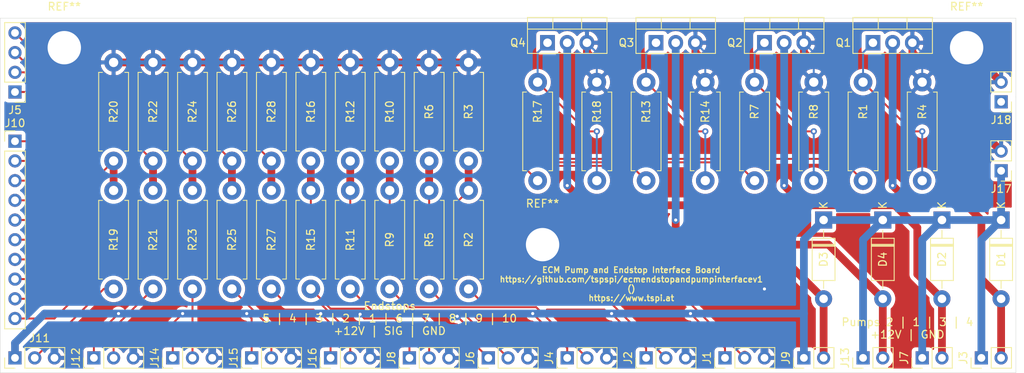
<source format=kicad_pcb>
(kicad_pcb (version 20171130) (host pcbnew "(5.1.9)-1")
  (layers (0 F.Cu signal) (31 B.Cu signal) (34 B.Paste user) (35 F.Paste user) (36 B.SilkS user) (37 F.SilkS user) (38 B.Mask user) (39 F.Mask user) (44 Edge.Cuts user))
  (net 0 "")
  (net 1 "Net-(D1-Pad2)")
  (net 2 +12V)
  (net 3 "Net-(D2-Pad2)")
  (net 4 "Net-(D3-Pad2)")
  (net 5 "Net-(D4-Pad2)")
  (net 6 GND)
  (net 7 "Net-(J1-Pad2)")
  (net 8 "Net-(J2-Pad2)")
  (net 9 "Net-(J4-Pad2)")
  (net 10 "Net-(J5-Pad4)")
  (net 11 "Net-(J5-Pad3)")
  (net 12 "Net-(J5-Pad2)")
  (net 13 "Net-(J5-Pad1)")
  (net 14 "Net-(J6-Pad2)")
  (net 15 "Net-(J8-Pad2)")
  (net 16 "Net-(J10-Pad10)")
  (net 17 "Net-(J10-Pad9)")
  (net 18 "Net-(J10-Pad8)")
  (net 19 "Net-(J10-Pad7)")
  (net 20 "Net-(J10-Pad6)")
  (net 21 "Net-(J10-Pad5)")
  (net 22 "Net-(J10-Pad4)")
  (net 23 "Net-(J10-Pad3)")
  (net 24 "Net-(J10-Pad2)")
  (net 25 "Net-(J10-Pad1)")
  (net 26 "Net-(J11-Pad2)")
  (net 27 "Net-(J12-Pad2)")
  (net 28 "Net-(J14-Pad2)")
  (net 29 "Net-(J15-Pad2)")
  (net 30 "Net-(J16-Pad2)")
  (net 31 "Net-(Q1-Pad1)")
  (net 32 "Net-(Q2-Pad1)")
  (net 33 "Net-(Q3-Pad1)")
  (net 34 "Net-(Q4-Pad1)")
  (net 35 +5V)
  (module MountingHole:MountingHole_4.3mm_M4 (layer F.Cu) (at 160.02 36.83)
    (fp_text reference REF** (at 0 -5.3) (layer F.SilkS))
    (fp_text value MountingHole_4.3mm_M4)
    (pad 1 np_thru_hole circle (at 0 0) (size 4.3 4.3) (drill 4.3) (layers *.Cu *.Mask))
  )
  (module MountingHole:MountingHole_4.3mm_M4 (layer F.Cu) (at 105.41 62.23)
    (fp_text reference REF** (at 0 -5.3) (layer F.SilkS))
    (fp_text value MountingHole_4.3mm_M4)
    (pad 1 np_thru_hole circle (at 0 0) (size 4.3 4.3) (drill 4.3) (layers *.Cu *.Mask))
  )
  (module MountingHole:MountingHole_4.3mm_M4 (layer F.Cu) (at 43.815 36.83)
    (fp_text reference REF** (at 0 -5.3) (layer F.SilkS))
    (fp_text value MountingHole_4.3mm_M4)
    (pad 1 np_thru_hole circle (at 0 0) (size 4.3 4.3) (drill 4.3) (layers *.Cu *.Mask))
  )
  (module Package_TO_SOT_THT:TO-220-3_Vertical (layer F.Cu) (at 133.985 36.195)
    (fp_text reference Q2 (at -3.81 0) (layer F.SilkS))
    (fp_text value IRF540N)
    (pad 3 thru_hole oval (at 5.08 0) (size 1.905 2) (drill 1.1) (layers *.Cu *.Mask) (net 6 GND))
    (pad 2 thru_hole oval (at 2.54 0) (size 1.905 2) (drill 1.1) (layers *.Cu *.Mask) (net 3 "Net-(D2-Pad2)"))
    (pad 1 thru_hole rect (at 0 0) (size 1.905 2) (drill 1.1) (layers *.Cu *.Mask) (net 32 "Net-(Q2-Pad1)"))
  )
  (module Connector_PinHeader_2.54mm:PinHeader_1x02_P2.54mm_Vertical (layer F.Cu) (at 164.465 43.815 180)
    (fp_text reference J18 (at 0 -2.33) (layer F.SilkS))
    (fp_text value Power)
    (pad 2 thru_hole oval (at 0 2.54 180) (size 1.7 1.7) (drill 1) (layers *.Cu *.Mask) (net 6 GND))
    (pad 1 thru_hole rect (at 0 0 180) (size 1.7 1.7) (drill 1) (layers *.Cu *.Mask) (net 35 +5V))
  )
  (module Resistor_THT:R_Axial_DIN0411_L9.9mm_D3.6mm_P12.70mm_Horizontal (layer F.Cu) (at 70.485 51.435 90)
    (fp_text reference R28 (at 6.35 0 90) (layer F.SilkS))
    (fp_text value 1k)
    (pad 2 thru_hole oval (at 12.7 0 90) (size 2.4 2.4) (drill 1.2) (layers *.Cu *.Mask) (net 6 GND))
    (pad 1 thru_hole circle (at 0 0 90) (size 2.4 2.4) (drill 1.2) (layers *.Cu *.Mask) (net 25 "Net-(J10-Pad1)"))
  )
  (module Resistor_THT:R_Axial_DIN0411_L9.9mm_D3.6mm_P12.70mm_Horizontal (layer F.Cu) (at 70.485 67.945 90)
    (fp_text reference R27 (at 6.35 0 90) (layer F.SilkS))
    (fp_text value 2k)
    (pad 2 thru_hole oval (at 12.7 0 90) (size 2.4 2.4) (drill 1.2) (layers *.Cu *.Mask) (net 25 "Net-(J10-Pad1)"))
    (pad 1 thru_hole circle (at 0 0 90) (size 2.4 2.4) (drill 1.2) (layers *.Cu *.Mask) (net 30 "Net-(J16-Pad2)"))
  )
  (module Resistor_THT:R_Axial_DIN0411_L9.9mm_D3.6mm_P12.70mm_Horizontal (layer F.Cu) (at 65.405 51.435 90)
    (fp_text reference R26 (at 6.35 0 90) (layer F.SilkS))
    (fp_text value 1k)
    (pad 2 thru_hole oval (at 12.7 0 90) (size 2.4 2.4) (drill 1.2) (layers *.Cu *.Mask) (net 6 GND))
    (pad 1 thru_hole circle (at 0 0 90) (size 2.4 2.4) (drill 1.2) (layers *.Cu *.Mask) (net 24 "Net-(J10-Pad2)"))
  )
  (module Resistor_THT:R_Axial_DIN0411_L9.9mm_D3.6mm_P12.70mm_Horizontal (layer F.Cu) (at 65.405 67.945 90)
    (fp_text reference R25 (at 6.35 0 90) (layer F.SilkS))
    (fp_text value 2k)
    (pad 2 thru_hole oval (at 12.7 0 90) (size 2.4 2.4) (drill 1.2) (layers *.Cu *.Mask) (net 24 "Net-(J10-Pad2)"))
    (pad 1 thru_hole circle (at 0 0 90) (size 2.4 2.4) (drill 1.2) (layers *.Cu *.Mask) (net 29 "Net-(J15-Pad2)"))
  )
  (module Resistor_THT:R_Axial_DIN0411_L9.9mm_D3.6mm_P12.70mm_Horizontal (layer F.Cu) (at 60.325 51.435 90)
    (fp_text reference R24 (at 6.35 0 90) (layer F.SilkS))
    (fp_text value 1k)
    (pad 2 thru_hole oval (at 12.7 0 90) (size 2.4 2.4) (drill 1.2) (layers *.Cu *.Mask) (net 6 GND))
    (pad 1 thru_hole circle (at 0 0 90) (size 2.4 2.4) (drill 1.2) (layers *.Cu *.Mask) (net 23 "Net-(J10-Pad3)"))
  )
  (module Resistor_THT:R_Axial_DIN0411_L9.9mm_D3.6mm_P12.70mm_Horizontal (layer F.Cu) (at 60.325 67.945 90)
    (fp_text reference R23 (at 6.35 0 90) (layer F.SilkS))
    (fp_text value 2k)
    (pad 2 thru_hole oval (at 12.7 0 90) (size 2.4 2.4) (drill 1.2) (layers *.Cu *.Mask) (net 23 "Net-(J10-Pad3)"))
    (pad 1 thru_hole circle (at 0 0 90) (size 2.4 2.4) (drill 1.2) (layers *.Cu *.Mask) (net 28 "Net-(J14-Pad2)"))
  )
  (module Resistor_THT:R_Axial_DIN0411_L9.9mm_D3.6mm_P12.70mm_Horizontal (layer F.Cu) (at 55.245 51.435 90)
    (fp_text reference R22 (at 6.35 0 90) (layer F.SilkS))
    (fp_text value 1k)
    (pad 2 thru_hole oval (at 12.7 0 90) (size 2.4 2.4) (drill 1.2) (layers *.Cu *.Mask) (net 6 GND))
    (pad 1 thru_hole circle (at 0 0 90) (size 2.4 2.4) (drill 1.2) (layers *.Cu *.Mask) (net 22 "Net-(J10-Pad4)"))
  )
  (module Resistor_THT:R_Axial_DIN0411_L9.9mm_D3.6mm_P12.70mm_Horizontal (layer F.Cu) (at 55.245 67.945 90)
    (fp_text reference R21 (at 6.35 0 90) (layer F.SilkS))
    (fp_text value 2k)
    (pad 2 thru_hole oval (at 12.7 0 90) (size 2.4 2.4) (drill 1.2) (layers *.Cu *.Mask) (net 22 "Net-(J10-Pad4)"))
    (pad 1 thru_hole circle (at 0 0 90) (size 2.4 2.4) (drill 1.2) (layers *.Cu *.Mask) (net 27 "Net-(J12-Pad2)"))
  )
  (module Resistor_THT:R_Axial_DIN0411_L9.9mm_D3.6mm_P12.70mm_Horizontal (layer F.Cu) (at 50.165 51.435 90)
    (fp_text reference R20 (at 6.35 0 90) (layer F.SilkS))
    (fp_text value 1k)
    (pad 2 thru_hole oval (at 12.7 0 90) (size 2.4 2.4) (drill 1.2) (layers *.Cu *.Mask) (net 6 GND))
    (pad 1 thru_hole circle (at 0 0 90) (size 2.4 2.4) (drill 1.2) (layers *.Cu *.Mask) (net 21 "Net-(J10-Pad5)"))
  )
  (module Resistor_THT:R_Axial_DIN0411_L9.9mm_D3.6mm_P12.70mm_Horizontal (layer F.Cu) (at 50.165 67.945 90)
    (fp_text reference R19 (at 6.35 0 90) (layer F.SilkS))
    (fp_text value 2k)
    (pad 2 thru_hole oval (at 12.7 0 90) (size 2.4 2.4) (drill 1.2) (layers *.Cu *.Mask) (net 21 "Net-(J10-Pad5)"))
    (pad 1 thru_hole circle (at 0 0 90) (size 2.4 2.4) (drill 1.2) (layers *.Cu *.Mask) (net 26 "Net-(J11-Pad2)"))
  )
  (module Resistor_THT:R_Axial_DIN0411_L9.9mm_D3.6mm_P12.70mm_Horizontal (layer F.Cu) (at 112.395 41.275 270)
    (fp_text reference R18 (at 3.81 0 90) (layer F.SilkS))
    (fp_text value 1k)
    (pad 2 thru_hole oval (at 12.7 0 270) (size 2.4 2.4) (drill 1.2) (layers *.Cu *.Mask) (net 34 "Net-(Q4-Pad1)"))
    (pad 1 thru_hole circle (at 0 0 270) (size 2.4 2.4) (drill 1.2) (layers *.Cu *.Mask) (net 6 GND))
  )
  (module Resistor_THT:R_Axial_DIN0411_L9.9mm_D3.6mm_P12.70mm_Horizontal (layer F.Cu) (at 104.775 41.275 270)
    (fp_text reference R17 (at 3.81 0 90) (layer F.SilkS))
    (fp_text value 100R)
    (pad 2 thru_hole oval (at 12.7 0 270) (size 2.4 2.4) (drill 1.2) (layers *.Cu *.Mask) (net 13 "Net-(J5-Pad1)"))
    (pad 1 thru_hole circle (at 0 0 270) (size 2.4 2.4) (drill 1.2) (layers *.Cu *.Mask) (net 34 "Net-(Q4-Pad1)"))
  )
  (module Resistor_THT:R_Axial_DIN0411_L9.9mm_D3.6mm_P12.70mm_Horizontal (layer F.Cu) (at 75.565 51.435 90)
    (fp_text reference R16 (at 6.35 0 90) (layer F.SilkS))
    (fp_text value 1k)
    (pad 2 thru_hole oval (at 12.7 0 90) (size 2.4 2.4) (drill 1.2) (layers *.Cu *.Mask) (net 6 GND))
    (pad 1 thru_hole circle (at 0 0 90) (size 2.4 2.4) (drill 1.2) (layers *.Cu *.Mask) (net 20 "Net-(J10-Pad6)"))
  )
  (module Resistor_THT:R_Axial_DIN0411_L9.9mm_D3.6mm_P12.70mm_Horizontal (layer F.Cu) (at 75.565 67.945 90)
    (fp_text reference R15 (at 6.35 0 90) (layer F.SilkS))
    (fp_text value 2k)
    (pad 2 thru_hole oval (at 12.7 0 90) (size 2.4 2.4) (drill 1.2) (layers *.Cu *.Mask) (net 20 "Net-(J10-Pad6)"))
    (pad 1 thru_hole circle (at 0 0 90) (size 2.4 2.4) (drill 1.2) (layers *.Cu *.Mask) (net 15 "Net-(J8-Pad2)"))
  )
  (module Resistor_THT:R_Axial_DIN0411_L9.9mm_D3.6mm_P12.70mm_Horizontal (layer F.Cu) (at 126.365 41.275 270)
    (fp_text reference R14 (at 3.81 0 90) (layer F.SilkS))
    (fp_text value 1k)
    (pad 2 thru_hole oval (at 12.7 0 270) (size 2.4 2.4) (drill 1.2) (layers *.Cu *.Mask) (net 33 "Net-(Q3-Pad1)"))
    (pad 1 thru_hole circle (at 0 0 270) (size 2.4 2.4) (drill 1.2) (layers *.Cu *.Mask) (net 6 GND))
  )
  (module Resistor_THT:R_Axial_DIN0411_L9.9mm_D3.6mm_P12.70mm_Horizontal (layer F.Cu) (at 118.745 41.275 270)
    (fp_text reference R13 (at 3.81 0 90) (layer F.SilkS))
    (fp_text value 100R)
    (pad 2 thru_hole oval (at 12.7 0 270) (size 2.4 2.4) (drill 1.2) (layers *.Cu *.Mask) (net 12 "Net-(J5-Pad2)"))
    (pad 1 thru_hole circle (at 0 0 270) (size 2.4 2.4) (drill 1.2) (layers *.Cu *.Mask) (net 33 "Net-(Q3-Pad1)"))
  )
  (module Resistor_THT:R_Axial_DIN0411_L9.9mm_D3.6mm_P12.70mm_Horizontal (layer F.Cu) (at 80.645 51.435 90)
    (fp_text reference R12 (at 6.35 0 90) (layer F.SilkS))
    (fp_text value 1k)
    (pad 2 thru_hole oval (at 12.7 0 90) (size 2.4 2.4) (drill 1.2) (layers *.Cu *.Mask) (net 6 GND))
    (pad 1 thru_hole circle (at 0 0 90) (size 2.4 2.4) (drill 1.2) (layers *.Cu *.Mask) (net 19 "Net-(J10-Pad7)"))
  )
  (module Resistor_THT:R_Axial_DIN0411_L9.9mm_D3.6mm_P12.70mm_Horizontal (layer F.Cu) (at 80.645 67.945 90)
    (fp_text reference R11 (at 6.35 0 90) (layer F.SilkS))
    (fp_text value 2k)
    (pad 2 thru_hole oval (at 12.7 0 90) (size 2.4 2.4) (drill 1.2) (layers *.Cu *.Mask) (net 19 "Net-(J10-Pad7)"))
    (pad 1 thru_hole circle (at 0 0 90) (size 2.4 2.4) (drill 1.2) (layers *.Cu *.Mask) (net 14 "Net-(J6-Pad2)"))
  )
  (module Resistor_THT:R_Axial_DIN0411_L9.9mm_D3.6mm_P12.70mm_Horizontal (layer F.Cu) (at 85.725 51.435 90)
    (fp_text reference R10 (at 6.35 0 90) (layer F.SilkS))
    (fp_text value 1k)
    (pad 2 thru_hole oval (at 12.7 0 90) (size 2.4 2.4) (drill 1.2) (layers *.Cu *.Mask) (net 6 GND))
    (pad 1 thru_hole circle (at 0 0 90) (size 2.4 2.4) (drill 1.2) (layers *.Cu *.Mask) (net 18 "Net-(J10-Pad8)"))
  )
  (module Resistor_THT:R_Axial_DIN0411_L9.9mm_D3.6mm_P12.70mm_Horizontal (layer F.Cu) (at 85.725 67.945 90)
    (fp_text reference R9 (at 6.35 0 90) (layer F.SilkS))
    (fp_text value 2k)
    (pad 2 thru_hole oval (at 12.7 0 90) (size 2.4 2.4) (drill 1.2) (layers *.Cu *.Mask) (net 18 "Net-(J10-Pad8)"))
    (pad 1 thru_hole circle (at 0 0 90) (size 2.4 2.4) (drill 1.2) (layers *.Cu *.Mask) (net 9 "Net-(J4-Pad2)"))
  )
  (module Resistor_THT:R_Axial_DIN0411_L9.9mm_D3.6mm_P12.70mm_Horizontal (layer F.Cu) (at 140.335 41.275 270)
    (fp_text reference R8 (at 3.81 0 90) (layer F.SilkS))
    (fp_text value 1k)
    (pad 2 thru_hole oval (at 12.7 0 270) (size 2.4 2.4) (drill 1.2) (layers *.Cu *.Mask) (net 32 "Net-(Q2-Pad1)"))
    (pad 1 thru_hole circle (at 0 0 270) (size 2.4 2.4) (drill 1.2) (layers *.Cu *.Mask) (net 6 GND))
  )
  (module Resistor_THT:R_Axial_DIN0411_L9.9mm_D3.6mm_P12.70mm_Horizontal (layer F.Cu) (at 132.715 41.275 270)
    (fp_text reference R7 (at 3.81 0 90) (layer F.SilkS))
    (fp_text value 100R)
    (pad 2 thru_hole oval (at 12.7 0 270) (size 2.4 2.4) (drill 1.2) (layers *.Cu *.Mask) (net 11 "Net-(J5-Pad3)"))
    (pad 1 thru_hole circle (at 0 0 270) (size 2.4 2.4) (drill 1.2) (layers *.Cu *.Mask) (net 32 "Net-(Q2-Pad1)"))
  )
  (module Resistor_THT:R_Axial_DIN0411_L9.9mm_D3.6mm_P12.70mm_Horizontal (layer F.Cu) (at 90.805 51.435 90)
    (fp_text reference R6 (at 6.35 0 90) (layer F.SilkS))
    (fp_text value 1k)
    (pad 2 thru_hole oval (at 12.7 0 90) (size 2.4 2.4) (drill 1.2) (layers *.Cu *.Mask) (net 6 GND))
    (pad 1 thru_hole circle (at 0 0 90) (size 2.4 2.4) (drill 1.2) (layers *.Cu *.Mask) (net 17 "Net-(J10-Pad9)"))
  )
  (module Resistor_THT:R_Axial_DIN0411_L9.9mm_D3.6mm_P12.70mm_Horizontal (layer F.Cu) (at 90.805 67.945 90)
    (fp_text reference R5 (at 6.35 0 90) (layer F.SilkS))
    (fp_text value 2k)
    (pad 2 thru_hole oval (at 12.7 0 90) (size 2.4 2.4) (drill 1.2) (layers *.Cu *.Mask) (net 17 "Net-(J10-Pad9)"))
    (pad 1 thru_hole circle (at 0 0 90) (size 2.4 2.4) (drill 1.2) (layers *.Cu *.Mask) (net 8 "Net-(J2-Pad2)"))
  )
  (module Resistor_THT:R_Axial_DIN0411_L9.9mm_D3.6mm_P12.70mm_Horizontal (layer F.Cu) (at 154.305 41.275 270)
    (fp_text reference R4 (at 3.81 0 90) (layer F.SilkS))
    (fp_text value 1k)
    (pad 2 thru_hole oval (at 12.7 0 270) (size 2.4 2.4) (drill 1.2) (layers *.Cu *.Mask) (net 31 "Net-(Q1-Pad1)"))
    (pad 1 thru_hole circle (at 0 0 270) (size 2.4 2.4) (drill 1.2) (layers *.Cu *.Mask) (net 6 GND))
  )
  (module Resistor_THT:R_Axial_DIN0411_L9.9mm_D3.6mm_P12.70mm_Horizontal (layer F.Cu) (at 95.885 51.435 90)
    (fp_text reference R3 (at 6.35 0 90) (layer F.SilkS))
    (fp_text value 1k)
    (pad 2 thru_hole oval (at 12.7 0 90) (size 2.4 2.4) (drill 1.2) (layers *.Cu *.Mask) (net 6 GND))
    (pad 1 thru_hole circle (at 0 0 90) (size 2.4 2.4) (drill 1.2) (layers *.Cu *.Mask) (net 16 "Net-(J10-Pad10)"))
  )
  (module Resistor_THT:R_Axial_DIN0411_L9.9mm_D3.6mm_P12.70mm_Horizontal (layer F.Cu) (at 95.885 67.945 90)
    (fp_text reference R2 (at 6.35 0 90) (layer F.SilkS))
    (fp_text value 2k)
    (pad 2 thru_hole oval (at 12.7 0 90) (size 2.4 2.4) (drill 1.2) (layers *.Cu *.Mask) (net 16 "Net-(J10-Pad10)"))
    (pad 1 thru_hole circle (at 0 0 90) (size 2.4 2.4) (drill 1.2) (layers *.Cu *.Mask) (net 7 "Net-(J1-Pad2)"))
  )
  (module Resistor_THT:R_Axial_DIN0411_L9.9mm_D3.6mm_P12.70mm_Horizontal (layer F.Cu) (at 146.685 41.275 270)
    (fp_text reference R1 (at 3.81 0 90) (layer F.SilkS))
    (fp_text value 100R)
    (pad 2 thru_hole oval (at 12.7 0 270) (size 2.4 2.4) (drill 1.2) (layers *.Cu *.Mask) (net 10 "Net-(J5-Pad4)"))
    (pad 1 thru_hole circle (at 0 0 270) (size 2.4 2.4) (drill 1.2) (layers *.Cu *.Mask) (net 31 "Net-(Q1-Pad1)"))
  )
  (module Package_TO_SOT_THT:TO-220-3_Vertical (layer F.Cu) (at 106.045 36.195)
    (fp_text reference Q4 (at -3.81 0) (layer F.SilkS))
    (fp_text value IRF540N)
    (pad 3 thru_hole oval (at 5.08 0) (size 1.905 2) (drill 1.1) (layers *.Cu *.Mask) (net 6 GND))
    (pad 2 thru_hole oval (at 2.54 0) (size 1.905 2) (drill 1.1) (layers *.Cu *.Mask) (net 5 "Net-(D4-Pad2)"))
    (pad 1 thru_hole rect (at 0 0) (size 1.905 2) (drill 1.1) (layers *.Cu *.Mask) (net 34 "Net-(Q4-Pad1)"))
  )
  (module Package_TO_SOT_THT:TO-220-3_Vertical (layer F.Cu) (at 120.015 36.195)
    (fp_text reference Q3 (at -3.81 0) (layer F.SilkS))
    (fp_text value IRF540N)
    (pad 3 thru_hole oval (at 5.08 0) (size 1.905 2) (drill 1.1) (layers *.Cu *.Mask) (net 6 GND))
    (pad 2 thru_hole oval (at 2.54 0) (size 1.905 2) (drill 1.1) (layers *.Cu *.Mask) (net 4 "Net-(D3-Pad2)"))
    (pad 1 thru_hole rect (at 0 0) (size 1.905 2) (drill 1.1) (layers *.Cu *.Mask) (net 33 "Net-(Q3-Pad1)"))
  )
  (module Package_TO_SOT_THT:TO-220-3_Vertical (layer F.Cu) (at 147.955 36.195)
    (fp_text reference Q1 (at -3.81 0) (layer F.SilkS))
    (fp_text value IRF540N)
    (pad 3 thru_hole oval (at 5.08 0) (size 1.905 2) (drill 1.1) (layers *.Cu *.Mask) (net 6 GND))
    (pad 2 thru_hole oval (at 2.54 0) (size 1.905 2) (drill 1.1) (layers *.Cu *.Mask) (net 1 "Net-(D1-Pad2)"))
    (pad 1 thru_hole rect (at 0 0) (size 1.905 2) (drill 1.1) (layers *.Cu *.Mask) (net 31 "Net-(Q1-Pad1)"))
  )
  (module Connector_PinHeader_2.54mm:PinHeader_1x02_P2.54mm_Vertical (layer F.Cu) (at 164.465 52.705 180)
    (fp_text reference J17 (at 0 -2.33) (layer F.SilkS))
    (fp_text value Power)
    (pad 2 thru_hole oval (at 0 2.54 180) (size 1.7 1.7) (drill 1) (layers *.Cu *.Mask) (net 6 GND))
    (pad 1 thru_hole rect (at 0 0 180) (size 1.7 1.7) (drill 1) (layers *.Cu *.Mask) (net 2 +12V))
  )
  (module Connector_PinHeader_2.54mm:PinHeader_1x03_P2.54mm_Vertical (layer F.Cu) (at 78.105 76.835 90)
    (fp_text reference J16 (at 0 -2.33 90) (layer F.SilkS))
    (fp_text value Endstop)
    (pad 3 thru_hole oval (at 0 5.08 90) (size 1.7 1.7) (drill 1) (layers *.Cu *.Mask) (net 6 GND))
    (pad 2 thru_hole oval (at 0 2.54 90) (size 1.7 1.7) (drill 1) (layers *.Cu *.Mask) (net 30 "Net-(J16-Pad2)"))
    (pad 1 thru_hole rect (at 0 0 90) (size 1.7 1.7) (drill 1) (layers *.Cu *.Mask) (net 2 +12V))
  )
  (module Connector_PinHeader_2.54mm:PinHeader_1x03_P2.54mm_Vertical (layer F.Cu) (at 67.945 76.835 90)
    (fp_text reference J15 (at 0 -2.33 90) (layer F.SilkS))
    (fp_text value Endstop)
    (pad 3 thru_hole oval (at 0 5.08 90) (size 1.7 1.7) (drill 1) (layers *.Cu *.Mask) (net 6 GND))
    (pad 2 thru_hole oval (at 0 2.54 90) (size 1.7 1.7) (drill 1) (layers *.Cu *.Mask) (net 29 "Net-(J15-Pad2)"))
    (pad 1 thru_hole rect (at 0 0 90) (size 1.7 1.7) (drill 1) (layers *.Cu *.Mask) (net 2 +12V))
  )
  (module Connector_PinHeader_2.54mm:PinHeader_1x03_P2.54mm_Vertical (layer F.Cu) (at 57.785 76.835 90)
    (fp_text reference J14 (at 0 -2.33 90) (layer F.SilkS))
    (fp_text value Endstop)
    (pad 3 thru_hole oval (at 0 5.08 90) (size 1.7 1.7) (drill 1) (layers *.Cu *.Mask) (net 6 GND))
    (pad 2 thru_hole oval (at 0 2.54 90) (size 1.7 1.7) (drill 1) (layers *.Cu *.Mask) (net 28 "Net-(J14-Pad2)"))
    (pad 1 thru_hole rect (at 0 0 90) (size 1.7 1.7) (drill 1) (layers *.Cu *.Mask) (net 2 +12V))
  )
  (module Connector_PinHeader_2.54mm:PinHeader_1x02_P2.54mm_Vertical (layer F.Cu) (at 146.685 76.835 90)
    (fp_text reference J13 (at 0 -2.33 90) (layer F.SilkS))
    (fp_text value Load12)
    (pad 2 thru_hole oval (at 0 2.54 90) (size 1.7 1.7) (drill 1) (layers *.Cu *.Mask) (net 5 "Net-(D4-Pad2)"))
    (pad 1 thru_hole rect (at 0 0 90) (size 1.7 1.7) (drill 1) (layers *.Cu *.Mask) (net 2 +12V))
  )
  (module Connector_PinHeader_2.54mm:PinHeader_1x03_P2.54mm_Vertical (layer F.Cu) (at 47.625 76.835 90)
    (fp_text reference J12 (at 0 -2.33 90) (layer F.SilkS))
    (fp_text value Endstop)
    (pad 3 thru_hole oval (at 0 5.08 90) (size 1.7 1.7) (drill 1) (layers *.Cu *.Mask) (net 6 GND))
    (pad 2 thru_hole oval (at 0 2.54 90) (size 1.7 1.7) (drill 1) (layers *.Cu *.Mask) (net 27 "Net-(J12-Pad2)"))
    (pad 1 thru_hole rect (at 0 0 90) (size 1.7 1.7) (drill 1) (layers *.Cu *.Mask) (net 2 +12V))
  )
  (module Connector_PinHeader_2.54mm:PinHeader_1x03_P2.54mm_Vertical (layer F.Cu) (at 37.465 76.835 90)
    (fp_text reference J11 (at 2.54 3.175 180) (layer F.SilkS))
    (fp_text value Endstop)
    (pad 3 thru_hole oval (at 0 5.08 90) (size 1.7 1.7) (drill 1) (layers *.Cu *.Mask) (net 6 GND))
    (pad 2 thru_hole oval (at 0 2.54 90) (size 1.7 1.7) (drill 1) (layers *.Cu *.Mask) (net 26 "Net-(J11-Pad2)"))
    (pad 1 thru_hole rect (at 0 0 90) (size 1.7 1.7) (drill 1) (layers *.Cu *.Mask) (net 2 +12V))
  )
  (module Connector_PinHeader_2.54mm:PinHeader_1x10_P2.54mm_Vertical (layer F.Cu) (at 37.465 48.895)
    (fp_text reference J10 (at 0 -2.33) (layer F.SilkS))
    (fp_text value GPIOEndstop)
    (pad 10 thru_hole oval (at 0 22.86) (size 1.7 1.7) (drill 1) (layers *.Cu *.Mask) (net 16 "Net-(J10-Pad10)"))
    (pad 9 thru_hole oval (at 0 20.32) (size 1.7 1.7) (drill 1) (layers *.Cu *.Mask) (net 17 "Net-(J10-Pad9)"))
    (pad 8 thru_hole oval (at 0 17.78) (size 1.7 1.7) (drill 1) (layers *.Cu *.Mask) (net 18 "Net-(J10-Pad8)"))
    (pad 7 thru_hole oval (at 0 15.24) (size 1.7 1.7) (drill 1) (layers *.Cu *.Mask) (net 19 "Net-(J10-Pad7)"))
    (pad 6 thru_hole oval (at 0 12.7) (size 1.7 1.7) (drill 1) (layers *.Cu *.Mask) (net 20 "Net-(J10-Pad6)"))
    (pad 5 thru_hole oval (at 0 10.16) (size 1.7 1.7) (drill 1) (layers *.Cu *.Mask) (net 21 "Net-(J10-Pad5)"))
    (pad 4 thru_hole oval (at 0 7.62) (size 1.7 1.7) (drill 1) (layers *.Cu *.Mask) (net 22 "Net-(J10-Pad4)"))
    (pad 3 thru_hole oval (at 0 5.08) (size 1.7 1.7) (drill 1) (layers *.Cu *.Mask) (net 23 "Net-(J10-Pad3)"))
    (pad 2 thru_hole oval (at 0 2.54) (size 1.7 1.7) (drill 1) (layers *.Cu *.Mask) (net 24 "Net-(J10-Pad2)"))
    (pad 1 thru_hole rect (at 0 0) (size 1.7 1.7) (drill 1) (layers *.Cu *.Mask) (net 25 "Net-(J10-Pad1)"))
  )
  (module Connector_PinHeader_2.54mm:PinHeader_1x02_P2.54mm_Vertical (layer F.Cu) (at 139.065 76.835 90)
    (fp_text reference J9 (at 0 -2.33 90) (layer F.SilkS))
    (fp_text value Load12)
    (pad 2 thru_hole oval (at 0 2.54 90) (size 1.7 1.7) (drill 1) (layers *.Cu *.Mask) (net 4 "Net-(D3-Pad2)"))
    (pad 1 thru_hole rect (at 0 0 90) (size 1.7 1.7) (drill 1) (layers *.Cu *.Mask) (net 2 +12V))
  )
  (module Connector_PinHeader_2.54mm:PinHeader_1x03_P2.54mm_Vertical (layer F.Cu) (at 88.265 76.835 90)
    (fp_text reference J8 (at 0 -2.33 90) (layer F.SilkS))
    (fp_text value Endstop)
    (pad 3 thru_hole oval (at 0 5.08 90) (size 1.7 1.7) (drill 1) (layers *.Cu *.Mask) (net 6 GND))
    (pad 2 thru_hole oval (at 0 2.54 90) (size 1.7 1.7) (drill 1) (layers *.Cu *.Mask) (net 15 "Net-(J8-Pad2)"))
    (pad 1 thru_hole rect (at 0 0 90) (size 1.7 1.7) (drill 1) (layers *.Cu *.Mask) (net 2 +12V))
  )
  (module Connector_PinHeader_2.54mm:PinHeader_1x02_P2.54mm_Vertical (layer F.Cu) (at 154.305 76.835 90)
    (fp_text reference J7 (at 0 -2.33 90) (layer F.SilkS))
    (fp_text value Load12)
    (pad 2 thru_hole oval (at 0 2.54 90) (size 1.7 1.7) (drill 1) (layers *.Cu *.Mask) (net 3 "Net-(D2-Pad2)"))
    (pad 1 thru_hole rect (at 0 0 90) (size 1.7 1.7) (drill 1) (layers *.Cu *.Mask) (net 2 +12V))
  )
  (module Connector_PinHeader_2.54mm:PinHeader_1x03_P2.54mm_Vertical (layer F.Cu) (at 98.425 76.835 90)
    (fp_text reference J6 (at 0 -2.33 90) (layer F.SilkS))
    (fp_text value Endstop)
    (pad 3 thru_hole oval (at 0 5.08 90) (size 1.7 1.7) (drill 1) (layers *.Cu *.Mask) (net 6 GND))
    (pad 2 thru_hole oval (at 0 2.54 90) (size 1.7 1.7) (drill 1) (layers *.Cu *.Mask) (net 14 "Net-(J6-Pad2)"))
    (pad 1 thru_hole rect (at 0 0 90) (size 1.7 1.7) (drill 1) (layers *.Cu *.Mask) (net 2 +12V))
  )
  (module Connector_PinHeader_2.54mm:PinHeader_1x04_P2.54mm_Vertical (layer F.Cu) (at 37.465 42.545 180)
    (fp_text reference J5 (at 0 -2.33) (layer F.SilkS))
    (fp_text value GPIOPump)
    (pad 4 thru_hole oval (at 0 7.62 180) (size 1.7 1.7) (drill 1) (layers *.Cu *.Mask) (net 10 "Net-(J5-Pad4)"))
    (pad 3 thru_hole oval (at 0 5.08 180) (size 1.7 1.7) (drill 1) (layers *.Cu *.Mask) (net 11 "Net-(J5-Pad3)"))
    (pad 2 thru_hole oval (at 0 2.54 180) (size 1.7 1.7) (drill 1) (layers *.Cu *.Mask) (net 12 "Net-(J5-Pad2)"))
    (pad 1 thru_hole rect (at 0 0 180) (size 1.7 1.7) (drill 1) (layers *.Cu *.Mask) (net 13 "Net-(J5-Pad1)"))
  )
  (module Connector_PinHeader_2.54mm:PinHeader_1x03_P2.54mm_Vertical (layer F.Cu) (at 108.585 76.835 90)
    (fp_text reference J4 (at 0 -2.33 90) (layer F.SilkS))
    (fp_text value Endstop)
    (pad 3 thru_hole oval (at 0 5.08 90) (size 1.7 1.7) (drill 1) (layers *.Cu *.Mask) (net 6 GND))
    (pad 2 thru_hole oval (at 0 2.54 90) (size 1.7 1.7) (drill 1) (layers *.Cu *.Mask) (net 9 "Net-(J4-Pad2)"))
    (pad 1 thru_hole rect (at 0 0 90) (size 1.7 1.7) (drill 1) (layers *.Cu *.Mask) (net 2 +12V))
  )
  (module Connector_PinHeader_2.54mm:PinHeader_1x02_P2.54mm_Vertical (layer F.Cu) (at 161.925 76.835 90)
    (fp_text reference J3 (at 0 -2.33 90) (layer F.SilkS))
    (fp_text value Load12)
    (pad 2 thru_hole oval (at 0 2.54 90) (size 1.7 1.7) (drill 1) (layers *.Cu *.Mask) (net 1 "Net-(D1-Pad2)"))
    (pad 1 thru_hole rect (at 0 0 90) (size 1.7 1.7) (drill 1) (layers *.Cu *.Mask) (net 2 +12V))
  )
  (module Connector_PinHeader_2.54mm:PinHeader_1x03_P2.54mm_Vertical (layer F.Cu) (at 118.745 76.835 90)
    (fp_text reference J2 (at 0 -2.33 90) (layer F.SilkS))
    (fp_text value Endstop)
    (pad 3 thru_hole oval (at 0 5.08 90) (size 1.7 1.7) (drill 1) (layers *.Cu *.Mask) (net 6 GND))
    (pad 2 thru_hole oval (at 0 2.54 90) (size 1.7 1.7) (drill 1) (layers *.Cu *.Mask) (net 8 "Net-(J2-Pad2)"))
    (pad 1 thru_hole rect (at 0 0 90) (size 1.7 1.7) (drill 1) (layers *.Cu *.Mask) (net 2 +12V))
  )
  (module Connector_PinHeader_2.54mm:PinHeader_1x03_P2.54mm_Vertical (layer F.Cu) (at 128.905 76.835 90)
    (fp_text reference J1 (at 0 -2.33 90) (layer F.SilkS))
    (fp_text value Endstop)
    (pad 3 thru_hole oval (at 0 5.08 90) (size 1.7 1.7) (drill 1) (layers *.Cu *.Mask) (net 6 GND))
    (pad 2 thru_hole oval (at 0 2.54 90) (size 1.7 1.7) (drill 1) (layers *.Cu *.Mask) (net 7 "Net-(J1-Pad2)"))
    (pad 1 thru_hole rect (at 0 0 90) (size 1.7 1.7) (drill 1) (layers *.Cu *.Mask) (net 2 +12V))
  )
  (module Diode_THT:D_DO-41_SOD81_P10.16mm_Horizontal (layer F.Cu) (at 149.225 59.055 270)
    (fp_text reference D4 (at 5.08 0 90) (layer F.SilkS))
    (fp_text value 1N4001)
    (fp_text user K (at -1.905 0 90) (layer F.SilkS))
    (pad 2 thru_hole oval (at 10.16 0 270) (size 2.2 2.2) (drill 1.1) (layers *.Cu *.Mask) (net 5 "Net-(D4-Pad2)"))
    (pad 1 thru_hole rect (at 0 0 270) (size 2.2 2.2) (drill 1.1) (layers *.Cu *.Mask) (net 2 +12V))
  )
  (module Diode_THT:D_DO-41_SOD81_P10.16mm_Horizontal (layer F.Cu) (at 141.605 59.055 270)
    (fp_text reference D3 (at 5.08 0 90) (layer F.SilkS))
    (fp_text value 1N4001)
    (fp_text user K (at -1.905 0 90) (layer F.SilkS))
    (pad 2 thru_hole oval (at 10.16 0 270) (size 2.2 2.2) (drill 1.1) (layers *.Cu *.Mask) (net 4 "Net-(D3-Pad2)"))
    (pad 1 thru_hole rect (at 0 0 270) (size 2.2 2.2) (drill 1.1) (layers *.Cu *.Mask) (net 2 +12V))
  )
  (module Diode_THT:D_DO-41_SOD81_P10.16mm_Horizontal (layer F.Cu) (at 156.845 59.055 270)
    (fp_text reference D2 (at 5.08 0 90) (layer F.SilkS))
    (fp_text value 1N4001)
    (fp_text user K (at -1.905 0 90) (layer F.SilkS))
    (pad 2 thru_hole oval (at 10.16 0 270) (size 2.2 2.2) (drill 1.1) (layers *.Cu *.Mask) (net 3 "Net-(D2-Pad2)"))
    (pad 1 thru_hole rect (at 0 0 270) (size 2.2 2.2) (drill 1.1) (layers *.Cu *.Mask) (net 2 +12V))
  )
  (module Diode_THT:D_DO-41_SOD81_P10.16mm_Horizontal (layer F.Cu) (at 164.465 59.055 270)
    (fp_text reference D1 (at 5.08 0 90) (layer F.SilkS))
    (fp_text value 1N4001)
    (fp_text user K (at -1.905 0 90) (layer F.SilkS))
    (pad 2 thru_hole oval (at 10.16 0 270) (size 2.2 2.2) (drill 1.1) (layers *.Cu *.Mask) (net 1 "Net-(D1-Pad2)"))
    (pad 1 thru_hole rect (at 0 0 270) (size 2.2 2.2) (drill 1.1) (layers *.Cu *.Mask) (net 2 +12V))
  )
  (gr_text "ECM Pump and Endstop Interface Board\nhttps://github.com/tspspi/ecmendstopandpumpinterfacev1\n()\nhttps://www.tspi.at" (at 116.84 67.31) (layer F.SilkS) (effects (font (size 0.75 0.75))))
  (gr_line (start 166.37 78.74) (end 35.56 78.74) (layer Edge.Cuts) (width 0.05))
  (gr_line (start 166.37 43.18) (end 166.37 78.74) (layer Edge.Cuts) (width 0.05))
  (gr_line (start 166.37 33.02) (end 166.37 43.18) (layer Edge.Cuts) (width 0.05))
  (gr_line (start 165.735 33.02) (end 166.37 33.02) (layer Edge.Cuts) (width 0.05))
  (gr_line (start 35.56 33.02) (end 165.735 33.02) (layer Edge.Cuts) (width 0.05))
  (gr_line (start 35.56 33.655) (end 35.56 33.02) (layer Edge.Cuts) (width 0.05))
  (gr_line (start 35.56 61.595) (end 35.56 33.655) (layer Edge.Cuts) (width 0.05))
  (gr_line (start 35.56 78.74) (end 35.56 61.595) (layer Edge.Cuts) (width 0.05))
  (gr_text "Pumps 2 | 1 | 3 | 4\n+12V | GND" (at 152.4 73.025) (layer F.SilkS) (effects (font (size 1 1))))
  (gr_text "Endstops\n5 | 4 | 3 | 2 | 1 | 6 | 7 | 8 | 9 | 10\n+12V | SIG | GND" (at 85.725 71.755) (layer F.SilkS) (effects (font (size 1 1))))
  (segment (start 164.465 76.835) (end 164.465 69.215) (width 1) (layer F.Cu) (net 1))
  (via (at 150.495 54.61) (size 0.8) (drill 0.4) (layers F.Cu B.Cu) (net 1))
  (segment (start 150.495 36.195) (end 150.495 54.61) (width 1) (layer B.Cu) (net 1))
  (segment (start 161.925 66.675) (end 164.465 69.215) (width 1) (layer F.Cu) (net 1))
  (segment (start 161.925 59.055) (end 161.925 66.675) (width 1) (layer F.Cu) (net 1))
  (segment (start 152.4 56.515) (end 159.385 56.515) (width 1) (layer F.Cu) (net 1))
  (segment (start 159.385 56.515) (end 161.925 59.055) (width 1) (layer F.Cu) (net 1))
  (segment (start 150.495 54.61) (end 152.4 56.515) (width 1) (layer F.Cu) (net 1))
  (segment (start 139.065 61.595) (end 141.605 59.055) (width 1) (layer B.Cu) (net 2))
  (segment (start 146.685 61.595) (end 149.225 59.055) (width 1) (layer B.Cu) (net 2))
  (segment (start 146.685 76.835) (end 146.685 61.595) (width 1) (layer B.Cu) (net 2))
  (segment (start 154.305 61.595) (end 156.845 59.055) (width 1) (layer B.Cu) (net 2))
  (segment (start 154.305 76.835) (end 154.305 61.595) (width 1) (layer B.Cu) (net 2))
  (segment (start 161.925 61.595) (end 164.465 59.055) (width 1) (layer B.Cu) (net 2))
  (segment (start 161.925 76.835) (end 161.925 61.595) (width 1) (layer B.Cu) (net 2))
  (segment (start 141.605 59.055) (end 164.465 59.055) (width 1) (layer B.Cu) (net 2))
  (segment (start 164.465 59.055) (end 164.465 52.705) (width 1) (layer B.Cu) (net 2))
  (segment (start 139.065 76.835) (end 139.065 71.12) (width 1) (layer B.Cu) (net 2))
  (segment (start 139.065 71.12) (end 139.065 61.595) (width 1) (layer B.Cu) (net 2))
  (segment (start 37.465 74.93) (end 37.465 76.835) (width 1) (layer B.Cu) (net 2))
  (segment (start 41.275 71.12) (end 37.465 74.93) (width 1) (layer B.Cu) (net 2))
  (segment (start 47.625 76.835) (end 47.625 74.295) (width 0.25) (layer F.Cu) (net 2))
  (segment (start 47.625 74.295) (end 50.165 71.755) (width 0.25) (layer F.Cu) (net 2))
  (segment (start 50.165 71.755) (end 50.8 71.12) (width 0.25) (layer F.Cu) (net 2))
  (segment (start 50.8 71.12) (end 50.8 71.12) (width 0.25) (layer F.Cu) (net 2))
  (via (at 50.8 71.12) (size 0.8) (drill 0.4) (layers F.Cu B.Cu) (net 2))
  (segment (start 57.785 72.39) (end 59.055 71.12) (width 0.25) (layer F.Cu) (net 2))
  (segment (start 57.785 76.835) (end 57.785 72.39) (width 0.25) (layer F.Cu) (net 2))
  (via (at 59.055 71.12) (size 0.8) (drill 0.4) (layers F.Cu B.Cu) (net 2))
  (segment (start 59.055 71.12) (end 41.275 71.12) (width 1) (layer B.Cu) (net 2))
  (via (at 67.31 71.12) (size 0.8) (drill 0.4) (layers F.Cu B.Cu) (net 2))
  (segment (start 67.945 71.755) (end 67.31 71.12) (width 0.25) (layer F.Cu) (net 2))
  (segment (start 67.945 76.835) (end 67.945 71.755) (width 0.25) (layer F.Cu) (net 2))
  (segment (start 67.31 71.12) (end 59.055 71.12) (width 1) (layer B.Cu) (net 2))
  (via (at 124.46 71.12) (size 0.8) (drill 0.4) (layers F.Cu B.Cu) (net 2))
  (segment (start 128.905 75.565) (end 124.46 71.12) (width 0.25) (layer F.Cu) (net 2))
  (segment (start 128.905 76.835) (end 128.905 75.565) (width 0.25) (layer F.Cu) (net 2))
  (segment (start 139.065 71.12) (end 124.46 71.12) (width 1) (layer B.Cu) (net 2))
  (segment (start 118.745 76.835) (end 118.745 75.565) (width 0.25) (layer F.Cu) (net 2))
  (segment (start 118.745 75.565) (end 114.3 71.12) (width 0.25) (layer F.Cu) (net 2))
  (via (at 114.3 71.12) (size 0.8) (drill 0.4) (layers F.Cu B.Cu) (net 2))
  (segment (start 124.46 71.12) (end 114.3 71.12) (width 1) (layer B.Cu) (net 2))
  (via (at 104.14 71.12) (size 0.8) (drill 0.4) (layers F.Cu B.Cu) (net 2))
  (segment (start 108.585 75.565) (end 104.14 71.12) (width 0.25) (layer F.Cu) (net 2))
  (segment (start 108.585 76.835) (end 108.585 75.565) (width 0.25) (layer F.Cu) (net 2))
  (segment (start 114.3 71.12) (end 104.14 71.12) (width 1) (layer B.Cu) (net 2))
  (via (at 94.419847 71.47502) (size 0.8) (drill 0.4) (layers F.Cu B.Cu) (net 2))
  (segment (start 96.52141 73.576583) (end 94.419847 71.47502) (width 0.25) (layer F.Cu) (net 2))
  (segment (start 96.52141 74.93141) (end 96.52141 73.576583) (width 0.25) (layer F.Cu) (net 2))
  (segment (start 98.425 76.835) (end 96.52141 74.93141) (width 0.25) (layer F.Cu) (net 2))
  (segment (start 93.70002 71.47502) (end 93.345 71.12) (width 1) (layer B.Cu) (net 2))
  (segment (start 94.419847 71.47502) (end 93.70002 71.47502) (width 1) (layer B.Cu) (net 2))
  (segment (start 104.14 71.12) (end 93.345 71.12) (width 1) (layer B.Cu) (net 2))
  (segment (start 88.265 76.835) (end 88.265 73.66) (width 0.25) (layer F.Cu) (net 2))
  (segment (start 88.265 73.66) (end 86.36 71.755) (width 0.25) (layer F.Cu) (net 2))
  (via (at 81.915 71.21) (size 0.8) (drill 0.4) (layers F.Cu B.Cu) (net 2))
  (segment (start 82.46 71.755) (end 81.915 71.21) (width 0.25) (layer F.Cu) (net 2))
  (segment (start 86.36 71.755) (end 82.46 71.755) (width 0.25) (layer F.Cu) (net 2))
  (via (at 76.835 71.12) (size 0.8) (drill 0.4) (layers F.Cu B.Cu) (net 2))
  (segment (start 78.105 76.835) (end 78.105 72.39) (width 0.25) (layer F.Cu) (net 2))
  (segment (start 76.835 71.12) (end 67.31 71.12) (width 1) (layer B.Cu) (net 2))
  (segment (start 78.105 72.39) (end 76.835 71.12) (width 0.25) (layer F.Cu) (net 2))
  (segment (start 93.345 71.12) (end 76.835 71.12) (width 1) (layer B.Cu) (net 2))
  (segment (start 156.845 76.835) (end 156.845 69.215) (width 1) (layer F.Cu) (net 3))
  (via (at 136.525 54.61) (size 0.8) (drill 0.4) (layers F.Cu B.Cu) (net 3))
  (segment (start 136.525 36.195) (end 136.525 54.61) (width 1) (layer B.Cu) (net 3))
  (segment (start 136.525 54.61) (end 139.065 57.15) (width 1) (layer F.Cu) (net 3))
  (segment (start 150.780002 57.15) (end 153.67 60.039998) (width 1) (layer F.Cu) (net 3))
  (segment (start 139.065 57.15) (end 150.780002 57.15) (width 1) (layer F.Cu) (net 3))
  (segment (start 153.67 66.04) (end 156.845 69.215) (width 1) (layer F.Cu) (net 3))
  (segment (start 153.67 60.039998) (end 153.67 66.04) (width 1) (layer F.Cu) (net 3))
  (segment (start 141.605 76.835) (end 141.605 69.215) (width 1) (layer F.Cu) (net 4))
  (via (at 122.555 59.055) (size 0.8) (drill 0.4) (layers F.Cu B.Cu) (net 4))
  (segment (start 122.555 36.195) (end 122.555 59.055) (width 1) (layer B.Cu) (net 4))
  (segment (start 122.555 59.055) (end 122.555 63.5) (width 1) (layer F.Cu) (net 4))
  (segment (start 122.555 63.5) (end 123.19 64.135) (width 1) (layer F.Cu) (net 4))
  (segment (start 136.525 64.135) (end 141.605 69.215) (width 1) (layer F.Cu) (net 4))
  (segment (start 123.19 64.135) (end 136.525 64.135) (width 1) (layer F.Cu) (net 4))
  (segment (start 149.225 76.835) (end 149.225 69.215) (width 1) (layer F.Cu) (net 5))
  (via (at 108.585 54.61) (size 0.8) (drill 0.4) (layers F.Cu B.Cu) (net 5))
  (segment (start 108.585 36.195) (end 108.585 54.61) (width 1) (layer B.Cu) (net 5))
  (segment (start 142.24 62.23) (end 149.225 69.215) (width 1) (layer F.Cu) (net 5))
  (segment (start 130.175 62.23) (end 142.24 62.23) (width 1) (layer F.Cu) (net 5))
  (segment (start 125.095 57.15) (end 130.175 62.23) (width 1) (layer F.Cu) (net 5))
  (segment (start 111.125 57.15) (end 125.095 57.15) (width 1) (layer F.Cu) (net 5))
  (segment (start 108.585 54.61) (end 111.125 57.15) (width 1) (layer F.Cu) (net 5))
  (segment (start 50.165 38.735) (end 95.885 38.735) (width 1) (layer F.Cu) (net 6))
  (segment (start 140.335 37.465) (end 139.065 36.195) (width 0.25) (layer B.Cu) (net 6))
  (segment (start 140.335 41.275) (end 140.335 37.465) (width 0.25) (layer B.Cu) (net 6))
  (segment (start 154.305 37.465) (end 153.035 36.195) (width 0.25) (layer B.Cu) (net 6))
  (segment (start 154.305 41.275) (end 154.305 37.465) (width 0.25) (layer B.Cu) (net 6))
  (segment (start 126.365 37.465) (end 125.095 36.195) (width 0.25) (layer B.Cu) (net 6))
  (segment (start 126.365 41.275) (end 126.365 37.465) (width 0.25) (layer B.Cu) (net 6))
  (segment (start 112.395 37.465) (end 111.125 36.195) (width 0.25) (layer B.Cu) (net 6))
  (segment (start 112.395 41.275) (end 112.395 37.465) (width 0.25) (layer B.Cu) (net 6))
  (segment (start 161.925 38.735) (end 164.465 41.275) (width 1) (layer F.Cu) (net 6))
  (segment (start 160.02 45.72) (end 164.465 50.165) (width 1) (layer F.Cu) (net 6))
  (segment (start 160.02 38.735) (end 160.02 45.72) (width 1) (layer F.Cu) (net 6))
  (segment (start 160.02 38.735) (end 161.925 38.735) (width 1) (layer F.Cu) (net 6))
  (segment (start 153.035 37.465) (end 154.305 38.735) (width 1) (layer F.Cu) (net 6))
  (segment (start 153.035 36.195) (end 153.035 37.465) (width 1) (layer F.Cu) (net 6))
  (segment (start 154.305 38.735) (end 160.02 38.735) (width 1) (layer F.Cu) (net 6))
  (segment (start 139.065 37.465) (end 140.335 38.735) (width 1) (layer F.Cu) (net 6))
  (segment (start 139.065 36.195) (end 139.065 37.465) (width 1) (layer F.Cu) (net 6))
  (segment (start 140.335 38.735) (end 154.305 38.735) (width 1) (layer F.Cu) (net 6))
  (segment (start 125.095 37.465) (end 126.365 38.735) (width 1) (layer F.Cu) (net 6))
  (segment (start 125.095 36.195) (end 125.095 37.465) (width 1) (layer F.Cu) (net 6))
  (segment (start 126.365 38.735) (end 140.335 38.735) (width 1) (layer F.Cu) (net 6))
  (segment (start 111.125 37.465) (end 112.395 38.735) (width 1) (layer F.Cu) (net 6))
  (segment (start 111.125 36.195) (end 111.125 37.465) (width 1) (layer F.Cu) (net 6))
  (segment (start 112.395 38.735) (end 126.365 38.735) (width 1) (layer F.Cu) (net 6))
  (segment (start 95.885 38.735) (end 112.395 38.735) (width 1) (layer F.Cu) (net 6))
  (segment (start 42.545 73.66) (end 42.545 76.835) (width 1) (layer B.Cu) (net 6))
  (segment (start 133.985 76.835) (end 133.985 73.66) (width 1) (layer B.Cu) (net 6))
  (segment (start 52.705 76.835) (end 52.705 73.66) (width 1) (layer B.Cu) (net 6))
  (segment (start 52.705 73.66) (end 42.545 73.66) (width 1) (layer B.Cu) (net 6))
  (segment (start 62.865 76.835) (end 62.865 73.66) (width 1) (layer B.Cu) (net 6))
  (segment (start 62.865 73.66) (end 52.705 73.66) (width 1) (layer B.Cu) (net 6))
  (segment (start 73.025 76.835) (end 73.025 73.66) (width 1) (layer B.Cu) (net 6))
  (segment (start 73.025 73.66) (end 62.865 73.66) (width 1) (layer B.Cu) (net 6))
  (segment (start 83.185 76.835) (end 83.185 73.66) (width 1) (layer B.Cu) (net 6))
  (segment (start 83.185 73.66) (end 73.025 73.66) (width 1) (layer B.Cu) (net 6))
  (segment (start 93.345 76.835) (end 93.345 73.66) (width 1) (layer B.Cu) (net 6))
  (segment (start 93.345 73.66) (end 83.185 73.66) (width 1) (layer B.Cu) (net 6))
  (segment (start 103.505 76.835) (end 103.505 73.66) (width 1) (layer B.Cu) (net 6))
  (segment (start 103.505 73.66) (end 93.345 73.66) (width 1) (layer B.Cu) (net 6))
  (segment (start 113.665 76.835) (end 113.665 73.66) (width 1) (layer B.Cu) (net 6))
  (segment (start 113.665 73.66) (end 103.505 73.66) (width 1) (layer B.Cu) (net 6))
  (segment (start 123.825 74.295) (end 123.19 73.66) (width 1) (layer B.Cu) (net 6))
  (segment (start 123.825 76.835) (end 123.825 74.295) (width 1) (layer B.Cu) (net 6))
  (segment (start 123.19 73.66) (end 113.665 73.66) (width 1) (layer B.Cu) (net 6))
  (segment (start 133.985 73.66) (end 123.19 73.66) (width 1) (layer B.Cu) (net 6))
  (via (at 133.985 67.945) (size 0.8) (drill 0.4) (layers F.Cu B.Cu) (net 6))
  (segment (start 133.985 67.945) (end 133.985 76.2) (width 1) (layer F.Cu) (net 6))
  (segment (start 100.33 40.005) (end 99.06 38.735) (width 1) (layer B.Cu) (net 6))
  (segment (start 99.06 38.735) (end 95.885 38.735) (width 1) (layer B.Cu) (net 6))
  (segment (start 100.33 66.675) (end 100.33 40.005) (width 1) (layer B.Cu) (net 6))
  (segment (start 101.6 67.945) (end 100.33 66.675) (width 1) (layer B.Cu) (net 6))
  (segment (start 133.985 67.945) (end 101.6 67.945) (width 1) (layer B.Cu) (net 6))
  (segment (start 131.445 76.414998) (end 131.445 76.835) (width 1) (layer F.Cu) (net 7))
  (segment (start 131.445 76.835) (end 123.825 69.215) (width 0.25) (layer F.Cu) (net 7))
  (segment (start 97.155 69.215) (end 95.885 67.945) (width 0.25) (layer F.Cu) (net 7))
  (segment (start 123.825 69.215) (end 97.155 69.215) (width 0.25) (layer F.Cu) (net 7))
  (segment (start 121.285 76.835) (end 114.3 69.85) (width 0.25) (layer F.Cu) (net 8))
  (segment (start 92.71 69.85) (end 90.805 67.945) (width 0.25) (layer F.Cu) (net 8))
  (segment (start 114.3 69.85) (end 92.71 69.85) (width 0.25) (layer F.Cu) (net 8))
  (segment (start 111.125 76.835) (end 104.59001 70.30001) (width 0.25) (layer F.Cu) (net 9))
  (segment (start 88.08001 70.30001) (end 85.725 67.945) (width 0.25) (layer F.Cu) (net 9))
  (segment (start 104.59001 70.30001) (end 88.08001 70.30001) (width 0.25) (layer F.Cu) (net 9))
  (segment (start 37.465 34.925) (end 40.005705 37.465705) (width 0.25) (layer F.Cu) (net 10))
  (segment (start 40.005705 37.465705) (end 40.005705 39.369295) (width 0.25) (layer F.Cu) (net 10))
  (segment (start 40.005705 39.369295) (end 46.5414 45.90499) (width 0.25) (layer F.Cu) (net 10))
  (segment (start 70.66999 45.90499) (end 72.944972 48.179972) (width 0.25) (layer F.Cu) (net 10))
  (segment (start 46.5414 45.90499) (end 70.66999 45.90499) (width 0.25) (layer F.Cu) (net 10))
  (segment (start 100.889203 48.179973) (end 103.87921 51.16998) (width 0.25) (layer F.Cu) (net 10))
  (segment (start 72.944972 48.179972) (end 100.889203 48.179973) (width 0.25) (layer F.Cu) (net 10))
  (segment (start 143.87998 51.16998) (end 146.685 53.975) (width 0.25) (layer F.Cu) (net 10))
  (segment (start 103.87921 51.16998) (end 143.87998 51.16998) (width 0.25) (layer F.Cu) (net 10))
  (segment (start 37.465 37.465) (end 46.355 46.355) (width 0.25) (layer F.Cu) (net 11))
  (segment (start 46.355 46.355) (end 70.182331 46.355) (width 0.25) (layer F.Cu) (net 11))
  (segment (start 70.182331 46.355) (end 72.457312 48.629981) (width 0.25) (layer F.Cu) (net 11))
  (segment (start 72.457312 48.629981) (end 100.702802 48.629982) (width 0.25) (layer F.Cu) (net 11))
  (segment (start 130.35999 51.61999) (end 132.715 53.975) (width 0.25) (layer F.Cu) (net 11))
  (segment (start 103.69281 51.61999) (end 130.35999 51.61999) (width 0.25) (layer F.Cu) (net 11))
  (segment (start 100.702802 48.629982) (end 103.69281 51.61999) (width 0.25) (layer F.Cu) (net 11))
  (segment (start 37.465 40.005) (end 38.73641 40.005) (width 0.25) (layer F.Cu) (net 12))
  (segment (start 38.73641 40.005) (end 45.72141 46.99) (width 0.25) (layer F.Cu) (net 12))
  (segment (start 45.72141 46.99) (end 69.983215 46.99) (width 0.25) (layer F.Cu) (net 12))
  (segment (start 72.073205 49.07999) (end 100.516401 49.079991) (width 0.25) (layer F.Cu) (net 12))
  (segment (start 69.983215 46.99) (end 72.073205 49.07999) (width 0.25) (layer F.Cu) (net 12))
  (segment (start 100.516401 49.079991) (end 103.50641 52.07) (width 0.25) (layer F.Cu) (net 12))
  (segment (start 116.84 52.07) (end 118.745 53.975) (width 0.25) (layer F.Cu) (net 12))
  (segment (start 103.50641 52.07) (end 116.84 52.07) (width 0.25) (layer F.Cu) (net 12))
  (segment (start 37.465 42.545) (end 40.64 42.545) (width 0.25) (layer F.Cu) (net 13))
  (segment (start 40.64 42.545) (end 45.63997 47.54497) (width 0.25) (layer F.Cu) (net 13))
  (segment (start 45.63997 47.54497) (end 69.76997 47.54497) (width 0.25) (layer F.Cu) (net 13))
  (segment (start 69.76997 47.54497) (end 71.755 49.53) (width 0.25) (layer F.Cu) (net 13))
  (segment (start 100.33 49.53) (end 104.775 53.975) (width 0.25) (layer F.Cu) (net 13))
  (segment (start 71.755 49.53) (end 100.33 49.53) (width 0.25) (layer F.Cu) (net 13))
  (segment (start 100.965 76.835) (end 94.88002 70.75002) (width 0.25) (layer F.Cu) (net 14))
  (segment (start 83.45002 70.75002) (end 80.645 67.945) (width 0.25) (layer F.Cu) (net 14))
  (segment (start 94.88002 70.75002) (end 83.45002 70.75002) (width 0.25) (layer F.Cu) (net 14))
  (segment (start 90.805 76.835) (end 90.805 72.39) (width 0.25) (layer F.Cu) (net 15))
  (segment (start 89.61503 71.20003) (end 83.263619 71.200029) (width 0.25) (layer F.Cu) (net 15))
  (segment (start 90.805 72.39) (end 89.61503 71.20003) (width 0.25) (layer F.Cu) (net 15))
  (segment (start 83.263619 71.200029) (end 82.54859 70.485) (width 0.25) (layer F.Cu) (net 15))
  (segment (start 78.105 70.485) (end 75.565 67.945) (width 0.25) (layer F.Cu) (net 15))
  (segment (start 82.54859 70.485) (end 78.105 70.485) (width 0.25) (layer F.Cu) (net 15))
  (segment (start 95.885 51.435) (end 95.885 55.245) (width 1) (layer F.Cu) (net 16))
  (segment (start 37.465 71.755) (end 42.545 71.755) (width 0.25) (layer F.Cu) (net 16))
  (segment (start 42.545 71.755) (end 48.895 65.405) (width 0.25) (layer F.Cu) (net 16))
  (segment (start 85.725 65.405) (end 95.885 55.245) (width 0.25) (layer F.Cu) (net 16))
  (segment (start 48.895 65.405) (end 85.725 65.405) (width 0.25) (layer F.Cu) (net 16))
  (segment (start 90.805 55.245) (end 90.805 51.435) (width 1) (layer F.Cu) (net 17))
  (segment (start 37.465 69.215) (end 44.44859 69.215) (width 0.25) (layer F.Cu) (net 17))
  (segment (start 44.44859 69.215) (end 48.7086 64.95499) (width 0.25) (layer F.Cu) (net 17))
  (segment (start 48.7086 64.95499) (end 85.5386 64.95499) (width 0.25) (layer F.Cu) (net 17))
  (segment (start 90.805 59.68859) (end 90.805 55.245) (width 0.25) (layer F.Cu) (net 17))
  (segment (start 85.5386 64.95499) (end 90.805 59.68859) (width 0.25) (layer F.Cu) (net 17))
  (segment (start 85.725 51.435) (end 85.725 55.245) (width 1) (layer F.Cu) (net 18))
  (segment (start 37.465 66.675) (end 46.35218 66.675) (width 0.25) (layer F.Cu) (net 18))
  (segment (start 48.5222 64.50498) (end 82.81502 64.50498) (width 0.25) (layer F.Cu) (net 18))
  (segment (start 46.35218 66.675) (end 48.5222 64.50498) (width 0.25) (layer F.Cu) (net 18))
  (segment (start 85.725 61.595) (end 85.725 55.245) (width 0.25) (layer F.Cu) (net 18))
  (segment (start 82.81502 64.50498) (end 85.725 61.595) (width 0.25) (layer F.Cu) (net 18))
  (segment (start 80.645 55.245) (end 80.645 51.435) (width 1) (layer F.Cu) (net 19))
  (segment (start 80.645 62.865) (end 80.645 55.245) (width 0.25) (layer F.Cu) (net 19))
  (segment (start 79.45503 64.05497) (end 80.645 62.865) (width 0.25) (layer F.Cu) (net 19))
  (segment (start 48.3358 64.05497) (end 79.45503 64.05497) (width 0.25) (layer F.Cu) (net 19))
  (segment (start 48.25577 64.135) (end 48.3358 64.05497) (width 0.25) (layer F.Cu) (net 19))
  (segment (start 37.465 64.135) (end 48.25577 64.135) (width 0.25) (layer F.Cu) (net 19))
  (segment (start 75.565 51.435) (end 75.565 55.245) (width 1) (layer F.Cu) (net 20))
  (segment (start 75.565 62.23) (end 75.565 55.245) (width 0.25) (layer F.Cu) (net 20))
  (segment (start 74.295 63.5) (end 75.565 62.23) (width 0.25) (layer F.Cu) (net 20))
  (segment (start 48.26 63.5) (end 74.295 63.5) (width 0.25) (layer F.Cu) (net 20))
  (segment (start 46.355 61.595) (end 48.26 63.5) (width 0.25) (layer F.Cu) (net 20))
  (segment (start 37.465 61.595) (end 46.355 61.595) (width 0.25) (layer F.Cu) (net 20))
  (segment (start 50.165 55.245) (end 50.165 51.435) (width 1) (layer F.Cu) (net 21))
  (segment (start 37.465 59.055) (end 44.45 59.055) (width 0.25) (layer F.Cu) (net 21))
  (segment (start 44.45 59.055) (end 47.625 55.88) (width 0.25) (layer F.Cu) (net 21))
  (segment (start 47.625 53.975) (end 50.165 51.435) (width 0.25) (layer F.Cu) (net 21))
  (segment (start 47.625 55.88) (end 47.625 53.975) (width 0.25) (layer F.Cu) (net 21))
  (segment (start 55.245 51.435) (end 55.245 55.245) (width 1) (layer F.Cu) (net 22))
  (segment (start 37.465 56.515) (end 44.44859 56.515) (width 0.25) (layer F.Cu) (net 22))
  (segment (start 44.44859 56.515) (end 47.625 53.33859) (width 0.25) (layer F.Cu) (net 22))
  (segment (start 47.625 53.33859) (end 47.625 50.165) (width 0.25) (layer F.Cu) (net 22))
  (segment (start 47.625 50.165) (end 48.26 49.53) (width 0.25) (layer F.Cu) (net 22))
  (segment (start 53.34 49.53) (end 55.245 51.435) (width 0.25) (layer F.Cu) (net 22))
  (segment (start 48.26 49.53) (end 53.34 49.53) (width 0.25) (layer F.Cu) (net 22))
  (segment (start 60.325 55.245) (end 60.325 51.435) (width 1) (layer F.Cu) (net 23))
  (segment (start 37.465 53.975) (end 46.35218 53.975) (width 0.25) (layer F.Cu) (net 23))
  (segment (start 46.35218 53.975) (end 46.99 53.33718) (width 0.25) (layer F.Cu) (net 23))
  (segment (start 46.99 50.16359) (end 48.25859 48.895) (width 0.25) (layer F.Cu) (net 23))
  (segment (start 46.99 53.33718) (end 46.99 50.16359) (width 0.25) (layer F.Cu) (net 23))
  (segment (start 57.785 48.895) (end 60.325 51.435) (width 0.25) (layer F.Cu) (net 23))
  (segment (start 48.25859 48.895) (end 57.785 48.895) (width 0.25) (layer F.Cu) (net 23))
  (segment (start 65.405 51.435) (end 65.405 55.245) (width 1) (layer F.Cu) (net 24))
  (segment (start 37.465 51.435) (end 46.355 51.435) (width 0.25) (layer F.Cu) (net 24))
  (segment (start 46.355 51.435) (end 46.355 50.16218) (width 0.25) (layer F.Cu) (net 24))
  (segment (start 62.41499 48.44499) (end 65.405 51.435) (width 0.25) (layer F.Cu) (net 24))
  (segment (start 48.07219 48.44499) (end 62.41499 48.44499) (width 0.25) (layer F.Cu) (net 24))
  (segment (start 46.355 50.16218) (end 48.07219 48.44499) (width 0.25) (layer F.Cu) (net 24))
  (segment (start 70.485 55.245) (end 70.485 51.435) (width 1) (layer F.Cu) (net 25))
  (segment (start 37.465 48.895) (end 46.98577 48.895) (width 0.25) (layer F.Cu) (net 25))
  (segment (start 67.04498 47.99498) (end 70.485 51.435) (width 0.25) (layer F.Cu) (net 25))
  (segment (start 47.88579 47.99498) (end 67.04498 47.99498) (width 0.25) (layer F.Cu) (net 25))
  (segment (start 46.98577 48.895) (end 47.88579 47.99498) (width 0.25) (layer F.Cu) (net 25))
  (segment (start 48.895 67.945) (end 50.165 67.945) (width 0.25) (layer F.Cu) (net 26))
  (segment (start 40.005 76.835) (end 48.895 67.945) (width 0.25) (layer F.Cu) (net 26))
  (segment (start 50.165 73.025) (end 55.245 67.945) (width 0.25) (layer F.Cu) (net 27))
  (segment (start 50.165 76.835) (end 50.165 73.025) (width 0.25) (layer F.Cu) (net 27))
  (segment (start 60.325 76.835) (end 60.325 67.945) (width 0.25) (layer F.Cu) (net 28))
  (segment (start 70.485 73.025) (end 65.405 67.945) (width 0.25) (layer F.Cu) (net 29))
  (segment (start 70.485 76.835) (end 70.485 73.025) (width 0.25) (layer F.Cu) (net 29))
  (segment (start 80.645 76.835) (end 80.645 76.414998) (width 1) (layer F.Cu) (net 30))
  (segment (start 80.645 76.835) (end 80.645 73.66141) (width 0.25) (layer F.Cu) (net 30))
  (segment (start 80.645 73.66141) (end 76.83359 69.85) (width 0.25) (layer F.Cu) (net 30))
  (segment (start 72.39 69.85) (end 70.485 67.945) (width 0.25) (layer F.Cu) (net 30))
  (segment (start 76.83359 69.85) (end 72.39 69.85) (width 0.25) (layer F.Cu) (net 30))
  (segment (start 146.685 37.465) (end 147.955 36.195) (width 0.25) (layer B.Cu) (net 31))
  (segment (start 146.685 41.275) (end 146.685 37.465) (width 0.25) (layer B.Cu) (net 31))
  (via (at 154.305 47.625) (size 0.8) (drill 0.4) (layers F.Cu B.Cu) (net 31))
  (segment (start 154.305 53.975) (end 154.305 47.625) (width 0.25) (layer B.Cu) (net 31))
  (segment (start 153.035 47.625) (end 146.685 41.275) (width 0.25) (layer F.Cu) (net 31))
  (segment (start 154.305 47.625) (end 153.035 47.625) (width 0.25) (layer F.Cu) (net 31))
  (segment (start 132.715 37.465) (end 133.985 36.195) (width 0.25) (layer B.Cu) (net 32))
  (segment (start 132.715 41.275) (end 132.715 37.465) (width 0.25) (layer B.Cu) (net 32))
  (via (at 140.335 47.625) (size 0.8) (drill 0.4) (layers F.Cu B.Cu) (net 32))
  (segment (start 140.335 53.975) (end 140.335 47.625) (width 0.25) (layer B.Cu) (net 32))
  (segment (start 139.065 47.625) (end 132.715 41.275) (width 0.25) (layer F.Cu) (net 32))
  (segment (start 140.335 47.625) (end 139.065 47.625) (width 0.25) (layer F.Cu) (net 32))
  (segment (start 118.745 37.465) (end 120.015 36.195) (width 0.25) (layer B.Cu) (net 33))
  (segment (start 118.745 41.275) (end 118.745 37.465) (width 0.25) (layer B.Cu) (net 33))
  (via (at 126.365 47.625) (size 0.8) (drill 0.4) (layers F.Cu B.Cu) (net 33))
  (segment (start 126.365 53.975) (end 126.365 47.625) (width 0.25) (layer B.Cu) (net 33))
  (segment (start 125.095 47.625) (end 118.745 41.275) (width 0.25) (layer F.Cu) (net 33))
  (segment (start 126.365 47.625) (end 125.095 47.625) (width 0.25) (layer F.Cu) (net 33))
  (segment (start 104.775 37.465) (end 106.045 36.195) (width 0.25) (layer B.Cu) (net 34))
  (segment (start 104.775 41.275) (end 104.775 37.465) (width 0.25) (layer B.Cu) (net 34))
  (via (at 112.395 47.625) (size 0.8) (drill 0.4) (layers F.Cu B.Cu) (net 34))
  (segment (start 112.395 53.975) (end 112.395 47.625) (width 0.25) (layer B.Cu) (net 34))
  (segment (start 111.125 47.625) (end 104.775 41.275) (width 0.25) (layer F.Cu) (net 34))
  (segment (start 112.395 47.625) (end 111.125 47.625) (width 0.25) (layer F.Cu) (net 34))
  (zone (net 6) (net_name GND) (layer B.Cu) (connect_pads (clearance 0.508)) (min_thickness 0.254) (fill yes (arc_segments 32) (thermal_gap 0.508) (thermal_bridge_width 0.508))
    (polygon (pts (xy 166.37 78.74) (xy 35.56 78.74) (xy 35.56 33.02) (xy 166.37 33.02)))
  )
  (zone (net 6) (net_name GND) (layer F.Cu) (connect_pads (clearance 0.508)) (min_thickness 0.254) (fill yes (arc_segments 32) (thermal_gap 0.508) (thermal_bridge_width 0.508))
    (polygon (pts (xy 166.37 78.74) (xy 35.56 78.74) (xy 35.56 33.02) (xy 166.37 33.02)))
  )
)
</source>
